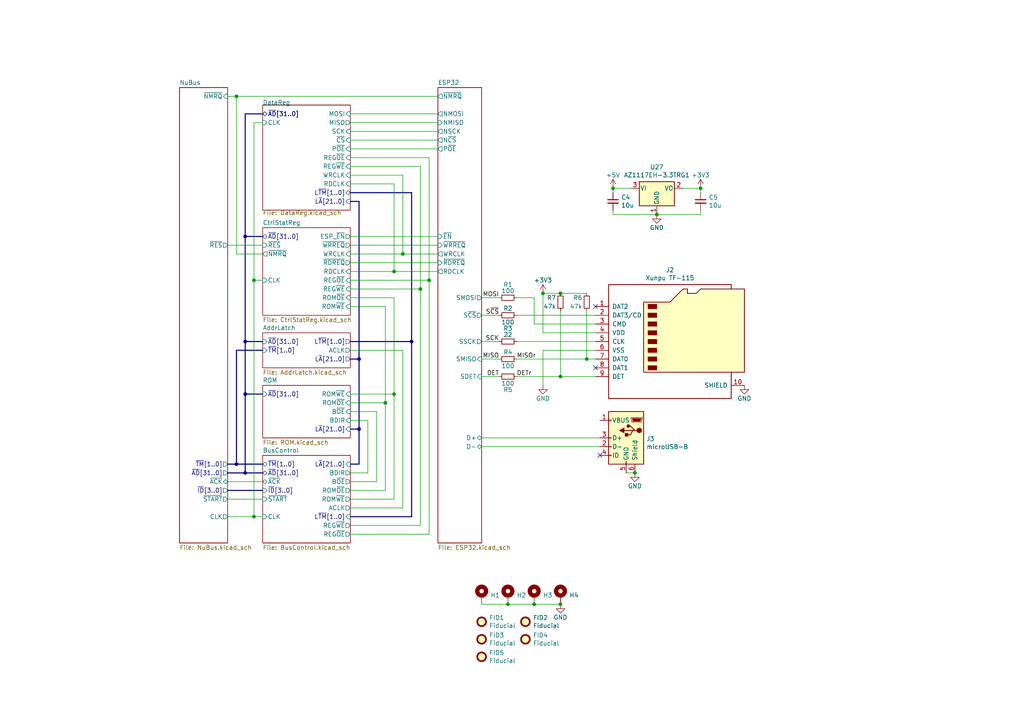
<source format=kicad_sch>
(kicad_sch (version 20211123) (generator eeschema)
  (paper "A4")
  (title_block (title "NuBus-ESP32") (date "2021-11-18") (rev "0.1") (company "Garrett's Workshop"))
  (lib_symbols
    (symbol "Connector:USB_B_Micro" (pin_names (offset 1.016))
      (property "Reference" "J" (at -5.08 11.43 0))
      (property "Value" "USB_B_Micro" (at -5.08 8.89 0))
      (symbol "USB_B_Micro_0_1"
        (rectangle (start -5.08 -7.62) (end 5.08 7.62) (stroke (width 0.254)) (fill (type background)))
        (circle (center -3.81 2.159) (radius 0.635) (stroke (width 0.254)) (fill (type outline)))
        (circle (center -0.635 3.429) (radius 0.381) (stroke (width 0.254)) (fill (type outline)))
        (rectangle (start -0.127 -7.62) (end 0.127 -6.858))
        (polyline (pts (xy -1.905 2.159) (xy 0.635 2.159)) (stroke (width 0.254)))
        (polyline (pts (xy -3.175 2.159) (xy -2.54 2.159) (xy -1.27 3.429) (xy -0.635 3.429)) (stroke (width 0.254)))
        (polyline (pts (xy -2.54 2.159) (xy -1.905 2.159) (xy -1.27 0.889) (xy 0 0.889)) (stroke (width 0.254)))
        (polyline (pts (xy 0.635 2.794) (xy 0.635 1.524) (xy 1.905 2.159) (xy 0.635 2.794)) (stroke (width 0.254)) (fill (type outline)))
        (polyline (pts (xy -4.318 5.588) (xy -1.778 5.588) (xy -2.032 4.826) (xy -4.064 4.826) (xy -4.318 5.588)) (fill (type outline)))
        (polyline (pts (xy -4.699 5.842) (xy -4.699 5.588) (xy -4.445 4.826) (xy -4.445 4.572) (xy -1.651 4.572) (xy -1.651 4.826) (xy -1.397 5.588) (xy -1.397 5.842) (xy -4.699 5.842)))
        (rectangle (start 0.254 1.27) (end -0.508 0.508) (stroke (width 0.254)) (fill (type outline)))
        (rectangle (start 5.08 -5.207) (end 4.318 -4.953))
        (rectangle (start 5.08 -2.667) (end 4.318 -2.413))
        (rectangle (start 5.08 -0.127) (end 4.318 0.127))
        (rectangle (start 5.08 4.953) (end 4.318 5.207))
      )
      (symbol "USB_B_Micro_1_1"
        (pin power_out line (at 7.62 5.08 180) (length 2.54) (name "VBUS") (number "1"))
        (pin bidirectional line (at 7.62 -2.54 180) (length 2.54) (name "D-") (number "2"))
        (pin bidirectional line (at 7.62 0 180) (length 2.54) (name "D+") (number "3"))
        (pin passive line (at 7.62 -5.08 180) (length 2.54) (name "ID") (number "4"))
        (pin power_out line (at 0 -10.16 90) (length 2.54) (name "GND") (number "5"))
        (pin passive line (at -2.54 -10.16 90) (length 2.54) (name "Shield") (number "6"))
      )
    )
    (symbol "Device:C_Small" (pin_numbers hide) (pin_names (offset 0.254) hide)
      (property "Reference" "C" (at 0.254 1.778 0))
      (property "Value" "C_Small" (at 0.254 -2.032 0))
      (symbol "C_Small_0_1"
        (polyline (pts (xy -1.524 -0.508) (xy 1.524 -0.508)) (stroke (width 0.3302)))
        (polyline (pts (xy -1.524 0.508) (xy 1.524 0.508)) (stroke (width 0.3048)))
      )
      (symbol "C_Small_1_1"
        (pin passive line (at 0 2.54 270) (length 2.032) (name "~") (number "1"))
        (pin passive line (at 0 -2.54 90) (length 2.032) (name "~") (number "2"))
      )
    )
    (symbol "Device:R_Small" (pin_numbers hide) (pin_names (offset 0.254) hide)
      (property "Reference" "R" (at 0.762 0.508 0))
      (property "Value" "R_Small" (at 0.762 -1.016 0))
      (symbol "R_Small_0_1"
        (rectangle (start -0.762 1.778) (end 0.762 -1.778) (stroke (width 0.2032)))
      )
      (symbol "R_Small_1_1"
        (pin passive line (at 0 2.54 270) (length 0.762) (name "~") (number "1"))
        (pin passive line (at 0 -2.54 90) (length 0.762) (name "~") (number "2"))
      )
    )
    (symbol "GW_Connector:Micro_SD_SingleDet" (pin_names (offset 1.016))
      (property "Reference" "J" (at -16.51 17.78 0))
      (property "Value" "Micro_SD_SingleDet" (at 16.51 17.78 0))
      (symbol "Micro_SD_SingleDet_0_1"
        (rectangle (start -7.62 -6.985) (end -5.08 -8.255) (fill (type outline)))
        (rectangle (start -7.62 -4.445) (end -5.08 -5.715) (fill (type outline)))
        (rectangle (start -7.62 -1.905) (end -5.08 -3.175) (fill (type outline)))
        (rectangle (start -7.62 0.635) (end -5.08 -0.635) (fill (type outline)))
        (rectangle (start -7.62 3.175) (end -5.08 1.905) (fill (type outline)))
        (rectangle (start -7.62 5.715) (end -5.08 4.445) (fill (type outline)))
        (rectangle (start -7.62 8.255) (end -5.08 6.985) (fill (type outline)))
        (rectangle (start -7.62 10.795) (end -5.08 9.525) (fill (type outline)))
        (polyline (pts (xy 16.51 15.24) (xy 16.51 16.51) (xy -19.05 16.51) (xy -19.05 -16.51) (xy 16.51 -16.51) (xy 16.51 -8.89)) (stroke (width 0.254)))
        (polyline (pts (xy -8.89 -8.89) (xy -8.89 11.43) (xy -1.27 11.43) (xy 2.54 15.24) (xy 3.81 15.24) (xy 3.81 13.97) (xy 6.35 13.97) (xy 7.62 15.24) (xy 20.32 15.24) (xy 20.32 -8.89) (xy -8.89 -8.89)) (stroke (width 0.254)) (fill (type background)))
      )
      (symbol "Micro_SD_SingleDet_1_1"
        (pin bidirectional line (at -22.86 10.16 0) (length 3.81) (name "DAT2") (number "1"))
        (pin passive line (at 20.32 -12.7 180) (length 3.81) (name "SHIELD") (number "10"))
        (pin bidirectional line (at -22.86 7.62 0) (length 3.81) (name "DAT3/CD") (number "2"))
        (pin input line (at -22.86 5.08 0) (length 3.81) (name "CMD") (number "3"))
        (pin power_in line (at -22.86 2.54 0) (length 3.81) (name "VDD") (number "4"))
        (pin input line (at -22.86 0 0) (length 3.81) (name "CLK") (number "5"))
        (pin power_in line (at -22.86 -2.54 0) (length 3.81) (name "VSS") (number "6"))
        (pin input line (at -22.86 -5.08 0) (length 3.81) (name "DAT0") (number "7"))
        (pin input line (at -22.86 -7.62 0) (length 3.81) (name "DAT1") (number "8"))
        (pin passive line (at -22.86 -10.16 0) (length 3.81) (name "DET") (number "9"))
      )
    )
    (symbol "GW_Power:AP1117-33" (pin_names (offset 0.254))
      (property "Reference" "U" (at -3.81 3.175 0))
      (property "Value" "AP1117-33" (at 0 3.175 0))
      (symbol "AP1117-33_0_1"
        (rectangle (start -5.08 -5.08) (end 5.08 1.905) (stroke (width 0.254)) (fill (type background)))
      )
      (symbol "AP1117-33_1_1"
        (pin power_in line (at 0 -7.62 90) (length 2.54) (name "GND") (number "1"))
        (pin power_out line (at 7.62 0 180) (length 2.54) (name "VO") (number "2"))
        (pin power_in line (at -7.62 0 0) (length 2.54) (name "VI") (number "3"))
      )
    )
    (symbol "Mechanical:Fiducial"
      (property "Reference" "FID" (at 0 5.08 0))
      (property "Value" "Fiducial" (at 0 3.175 0))
      (symbol "Fiducial_0_1"
        (circle (center 0 0) (radius 1.27) (stroke (width 0.508)) (fill (type background)))
      )
    )
    (symbol "Mechanical:MountingHole_Pad" (pin_numbers hide) (pin_names (offset 1.016) hide)
      (property "Reference" "H" (at 0 6.35 0))
      (property "Value" "MountingHole_Pad" (at 0 4.445 0))
      (symbol "MountingHole_Pad_0_1"
        (circle (center 0 1.27) (radius 1.27) (stroke (width 1.27)))
      )
      (symbol "MountingHole_Pad_1_1"
        (pin input line (at 0 -2.54 90) (length 2.54) (name "1") (number "1"))
      )
    )
    (symbol "power:+3V3" (power) (pin_names (offset 0))
      (property "Value" "+3V3" (at 0 3.556 0))
      (symbol "+3V3_0_1"
        (polyline (pts (xy -0.762 1.27) (xy 0 2.54)))
        (polyline (pts (xy 0 0) (xy 0 2.54)))
        (polyline (pts (xy 0 2.54) (xy 0.762 1.27)))
      )
      (symbol "+3V3_1_1"
        (pin power_in line (at 0 0 90) (length 0) hide (name "+3V3") (number "1"))
      )
    )
    (symbol "power:+5V" (power) (pin_names (offset 0))
      (property "Value" "+5V" (at 0 3.556 0))
      (symbol "+5V_0_1"
        (polyline (pts (xy -0.762 1.27) (xy 0 2.54)))
        (polyline (pts (xy 0 0) (xy 0 2.54)))
        (polyline (pts (xy 0 2.54) (xy 0.762 1.27)))
      )
      (symbol "+5V_1_1"
        (pin power_in line (at 0 0 90) (length 0) hide (name "+5V") (number "1"))
      )
    )
    (symbol "power:GND" (power) (pin_names (offset 0))
      (property "Value" "GND" (at 0 -3.81 0))
      (symbol "GND_0_1"
        (polyline (pts (xy 0 0) (xy 0 -1.27) (xy 1.27 -1.27) (xy 0 -2.54) (xy -1.27 -1.27) (xy 0 -1.27)))
      )
      (symbol "GND_1_1"
        (pin power_in line (at 0 0 270) (length 0) hide (name "GND") (number "1"))
      )
    )
  )
  (junction (at 124.46 81.28))
  (junction (at 73.66 81.28))
  (junction (at 104.14 124.46))
  (junction (at 68.58 134.62))
  (junction (at 147.32 175.26))
  (junction (at 104.14 104.14))
  (junction (at 71.12 99.06))
  (junction (at 119.38 99.06))
  (junction (at 71.12 137.16))
  (junction (at 162.56 109.22))
  (junction (at 170.18 104.14))
  (junction (at 203.2 54.61))
  (junction (at 162.56 175.26))
  (junction (at 68.58 27.94))
  (junction (at 121.92 83.82))
  (junction (at 114.3 114.3))
  (junction (at 111.76 116.84))
  (junction (at 73.66 149.86))
  (junction (at 190.5 62.23))
  (junction (at 154.94 175.26))
  (junction (at 157.48 85.09))
  (junction (at 184.15 137.16))
  (junction (at 71.12 114.3))
  (junction (at 177.8 54.61))
  (junction (at 71.12 68.58))
  (junction (at 114.3 78.74))
  (junction (at 162.56 85.09))
  (junction (at 116.84 73.66))
  (no_connect (at 172.72 106.68))
  (no_connect (at 173.99 132.08))
  (no_connect (at 172.72 88.9))
  (wire (pts (xy 139.7 91.44) (xy 144.78 91.44)))
  (wire (pts (xy 162.56 85.09) (xy 170.18 85.09)))
  (bus (pts (xy 119.38 99.06) (xy 119.38 149.86)))
  (bus (pts (xy 104.14 124.46) (xy 101.6 124.46)))
  (bus (pts (xy 101.6 149.86) (xy 119.38 149.86)))
  (wire (pts (xy 101.6 152.4) (xy 121.92 152.4)))
  (wire (pts (xy 101.6 43.18) (xy 127 43.18)))
  (wire (pts (xy 66.04 149.86) (xy 73.66 149.86)))
  (wire (pts (xy 101.6 81.28) (xy 124.46 81.28)))
  (wire (pts (xy 114.3 144.78) (xy 101.6 144.78)))
  (wire (pts (xy 139.7 104.14) (xy 144.78 104.14)))
  (wire (pts (xy 184.15 137.16) (xy 181.61 137.16)))
  (wire (pts (xy 116.84 73.66) (xy 127 73.66)))
  (wire (pts (xy 173.99 129.54) (xy 139.7 129.54)))
  (wire (pts (xy 114.3 86.36) (xy 101.6 86.36)))
  (wire (pts (xy 203.2 62.23) (xy 190.5 62.23)))
  (wire (pts (xy 124.46 81.28) (xy 124.46 154.94)))
  (wire (pts (xy 121.92 83.82) (xy 121.92 152.4)))
  (wire (pts (xy 149.86 86.36) (xy 154.94 86.36)))
  (wire (pts (xy 149.86 109.22) (xy 162.56 109.22)))
  (wire (pts (xy 157.48 101.6) (xy 172.72 101.6)))
  (bus (pts (xy 71.12 33.02) (xy 71.12 68.58)))
  (wire (pts (xy 68.58 27.94) (xy 127 27.94)))
  (wire (pts (xy 170.18 104.14) (xy 172.72 104.14)))
  (wire (pts (xy 162.56 109.22) (xy 172.72 109.22)))
  (wire (pts (xy 106.68 121.92) (xy 101.6 121.92)))
  (bus (pts (xy 76.2 134.62) (xy 68.58 134.62)))
  (wire (pts (xy 73.66 35.56) (xy 73.66 81.28)))
  (wire (pts (xy 116.84 101.6) (xy 101.6 101.6)))
  (wire (pts (xy 73.66 149.86) (xy 76.2 149.86)))
  (wire (pts (xy 157.48 96.52) (xy 172.72 96.52)))
  (wire (pts (xy 101.6 68.58) (xy 127 68.58)))
  (wire (pts (xy 66.04 139.7) (xy 76.2 139.7)))
  (wire (pts (xy 73.66 81.28) (xy 76.2 81.28)))
  (wire (pts (xy 101.6 76.2) (xy 127 76.2)))
  (bus (pts (xy 101.6 134.62) (xy 104.14 134.62)))
  (wire (pts (xy 114.3 78.74) (xy 114.3 53.34)))
  (wire (pts (xy 101.6 147.32) (xy 116.84 147.32)))
  (wire (pts (xy 66.04 71.12) (xy 76.2 71.12)))
  (wire (pts (xy 101.6 48.26) (xy 121.92 48.26)))
  (wire (pts (xy 182.88 54.61) (xy 177.8 54.61)))
  (wire (pts (xy 121.92 83.82) (xy 101.6 83.82)))
  (bus (pts (xy 66.04 142.24) (xy 76.2 142.24)))
  (wire (pts (xy 177.8 62.23) (xy 190.5 62.23)))
  (wire (pts (xy 111.76 116.84) (xy 101.6 116.84)))
  (wire (pts (xy 149.86 104.14) (xy 170.18 104.14)))
  (wire (pts (xy 101.6 45.72) (xy 124.46 45.72)))
  (wire (pts (xy 101.6 50.8) (xy 116.84 50.8)))
  (bus (pts (xy 71.12 33.02) (xy 76.2 33.02)))
  (wire (pts (xy 101.6 73.66) (xy 116.84 73.66)))
  (wire (pts (xy 177.8 54.61) (xy 177.8 55.88)))
  (bus (pts (xy 68.58 134.62) (xy 66.04 134.62)))
  (wire (pts (xy 101.6 71.12) (xy 127 71.12)))
  (wire (pts (xy 101.6 78.74) (xy 114.3 78.74)))
  (wire (pts (xy 149.86 99.06) (xy 172.72 99.06)))
  (bus (pts (xy 68.58 101.6) (xy 68.58 134.62)))
  (wire (pts (xy 109.22 139.7) (xy 101.6 139.7)))
  (wire (pts (xy 68.58 27.94) (xy 68.58 73.66)))
  (wire (pts (xy 101.6 33.02) (xy 127 33.02)))
  (wire (pts (xy 144.78 86.36) (xy 139.7 86.36)))
  (bus (pts (xy 104.14 104.14) (xy 104.14 58.42)))
  (wire (pts (xy 114.3 78.74) (xy 127 78.74)))
  (bus (pts (xy 104.14 124.46) (xy 104.14 134.62)))
  (wire (pts (xy 147.32 175.26) (xy 154.94 175.26)))
  (wire (pts (xy 116.84 50.8) (xy 116.84 73.66)))
  (wire (pts (xy 157.48 111.76) (xy 157.48 101.6)))
  (bus (pts (xy 101.6 104.14) (xy 104.14 104.14)))
  (wire (pts (xy 139.7 99.06) (xy 144.78 99.06)))
  (bus (pts (xy 71.12 99.06) (xy 76.2 99.06)))
  (wire (pts (xy 66.04 27.94) (xy 68.58 27.94)))
  (bus (pts (xy 66.04 137.16) (xy 71.12 137.16)))
  (bus (pts (xy 101.6 55.88) (xy 119.38 55.88)))
  (wire (pts (xy 111.76 88.9) (xy 101.6 88.9)))
  (bus (pts (xy 104.14 104.14) (xy 104.14 124.46)))
  (wire (pts (xy 66.04 144.78) (xy 76.2 144.78)))
  (wire (pts (xy 203.2 54.61) (xy 198.12 54.61)))
  (wire (pts (xy 73.66 81.28) (xy 73.66 149.86)))
  (wire (pts (xy 114.3 53.34) (xy 101.6 53.34)))
  (bus (pts (xy 101.6 99.06) (xy 119.38 99.06)))
  (wire (pts (xy 170.18 104.14) (xy 170.18 90.17)))
  (wire (pts (xy 101.6 137.16) (xy 106.68 137.16)))
  (bus (pts (xy 71.12 114.3) (xy 71.12 99.06)))
  (wire (pts (xy 154.94 93.98) (xy 172.72 93.98)))
  (wire (pts (xy 101.6 154.94) (xy 124.46 154.94)))
  (wire (pts (xy 172.72 91.44) (xy 149.86 91.44)))
  (wire (pts (xy 101.6 142.24) (xy 111.76 142.24)))
  (wire (pts (xy 162.56 109.22) (xy 162.56 90.17)))
  (wire (pts (xy 101.6 38.1) (xy 127 38.1)))
  (bus (pts (xy 71.12 114.3) (xy 71.12 137.16)))
  (wire (pts (xy 203.2 60.96) (xy 203.2 62.23)))
  (wire (pts (xy 121.92 48.26) (xy 121.92 83.82)))
  (wire (pts (xy 106.68 137.16) (xy 106.68 121.92)))
  (bus (pts (xy 71.12 137.16) (xy 76.2 137.16)))
  (wire (pts (xy 177.8 60.96) (xy 177.8 62.23)))
  (wire (pts (xy 127 40.64) (xy 101.6 40.64)))
  (wire (pts (xy 76.2 35.56) (xy 73.66 35.56)))
  (wire (pts (xy 157.48 85.09) (xy 162.56 85.09)))
  (wire (pts (xy 114.3 114.3) (xy 101.6 114.3)))
  (wire (pts (xy 76.2 73.66) (xy 68.58 73.66)))
  (wire (pts (xy 154.94 86.36) (xy 154.94 93.98)))
  (wire (pts (xy 154.94 175.26) (xy 162.56 175.26)))
  (wire (pts (xy 173.99 127) (xy 139.7 127)))
  (wire (pts (xy 111.76 142.24) (xy 111.76 116.84)))
  (wire (pts (xy 139.7 109.22) (xy 144.78 109.22)))
  (bus (pts (xy 104.14 58.42) (xy 101.6 58.42)))
  (bus (pts (xy 71.12 68.58) (xy 76.2 68.58)))
  (wire (pts (xy 157.48 85.09) (xy 157.48 96.52)))
  (wire (pts (xy 109.22 119.38) (xy 109.22 139.7)))
  (bus (pts (xy 119.38 55.88) (xy 119.38 99.06)))
  (wire (pts (xy 124.46 45.72) (xy 124.46 81.28)))
  (wire (pts (xy 111.76 116.84) (xy 111.76 88.9)))
  (wire (pts (xy 114.3 114.3) (xy 114.3 86.36)))
  (bus (pts (xy 71.12 114.3) (xy 76.2 114.3)))
  (wire (pts (xy 116.84 147.32) (xy 116.84 101.6)))
  (wire (pts (xy 114.3 144.78) (xy 114.3 114.3)))
  (bus (pts (xy 68.58 101.6) (xy 76.2 101.6)))
  (wire (pts (xy 101.6 119.38) (xy 109.22 119.38)))
  (bus (pts (xy 71.12 99.06) (xy 71.12 68.58)))
  (wire (pts (xy 139.7 175.26) (xy 147.32 175.26)))
  (wire (pts (xy 203.2 54.61) (xy 203.2 55.88)))
  (wire (pts (xy 101.6 35.56) (xy 127 35.56)))
  (label "S~{CS}" (at 144.78 91.44 180))
  (label "SCK" (at 144.78 99.06 180))
  (label "DET" (at 144.78 109.22 180))
  (label "MISOr" (at 149.86 104.14 0))
  (label "DETr" (at 149.86 109.22 0))
  (label "MISO" (at 144.78 104.14 180))
  (label "MOSI" (at 144.78 86.36 180))
  (symbol (lib_id "Mechanical:MountingHole_Pad") (at 154.94 172.72 0) (unit 1)
    (property "Reference" "H3" (at 157.48 172.6438 0) (effects (justify left)))
    (property "Value" " " (effects hide))
    (property "Footprint" "stdpads:PasteHole_1.152mm_NPTH" (effects hide))
  )
  (symbol (lib_id "Mechanical:MountingHole_Pad") (at 162.56 172.72 0) (unit 1)
    (property "Reference" "H4" (at 165.1 172.6438 0) (effects (justify left)))
    (property "Value" " " (effects hide))
    (property "Footprint" "stdpads:PasteHole_1.152mm_NPTH" (effects hide))
  )
  (symbol (lib_id "power:GND") (at 162.56 175.26 0) (mirror y) (unit 1)
    (property "Reference" "#PWR0145" (effects hide))
    (property "Value" "GND" (at 162.56 179.07 0))
  )
  (symbol (lib_id "Mechanical:Fiducial") (at 139.7 180.34 0) (unit 1)
    (property "Reference" "FID1" (at 141.859 179.1716 0) (effects (justify left)))
    (property "Value" "Fiducial" (at 141.859 181.483 0) (effects (justify left)))
    (property "Footprint" "stdpads:Fiducial" (effects hide))
  )
  (symbol (lib_id "Mechanical:Fiducial") (at 152.4 180.34 0) (unit 1)
    (property "Reference" "FID2" (at 154.559 179.1716 0) (effects (justify left)))
    (property "Value" "Fiducial" (at 154.559 181.483 0) (effects (justify left)))
    (property "Footprint" "stdpads:Fiducial" (effects hide))
  )
  (symbol (lib_id "Mechanical:Fiducial") (at 139.7 185.42 0) (unit 1)
    (property "Reference" "FID3" (at 141.859 184.2516 0) (effects (justify left)))
    (property "Value" "Fiducial" (at 141.859 186.563 0) (effects (justify left)))
    (property "Footprint" "stdpads:Fiducial" (effects hide))
  )
  (symbol (lib_id "Mechanical:Fiducial") (at 152.4 185.42 0) (unit 1)
    (property "Reference" "FID4" (at 154.559 184.2516 0) (effects (justify left)))
    (property "Value" "Fiducial" (at 154.559 186.563 0) (effects (justify left)))
    (property "Footprint" "stdpads:Fiducial" (effects hide))
  )
  (symbol (lib_id "Mechanical:MountingHole_Pad") (at 139.7 172.72 0) (unit 1)
    (property "Reference" "H1" (at 142.24 172.6438 0) (effects (justify left)))
    (property "Value" " " (effects hide))
    (property "Footprint" "stdpads:PasteHole_1.152mm_NPTH" (effects hide))
  )
  (symbol (lib_id "Mechanical:MountingHole_Pad") (at 147.32 172.72 0) (unit 1)
    (property "Reference" "H2" (at 149.86 172.6438 0) (effects (justify left)))
    (property "Value" " " (effects hide))
    (property "Footprint" "stdpads:PasteHole_1.152mm_NPTH" (effects hide))
  )
  (symbol (lib_id "power:GND") (at 215.9 111.76 0) (unit 1)
    (property "Reference" "#PWR0137" (effects hide))
    (property "Value" "GND" (at 215.9 115.57 0))
  )
  (symbol (lib_id "GW_Connector:Micro_SD_SingleDet") (at 195.58 99.06 0) (unit 1)
    (property "Reference" "J2" (at 194.31 78.3082 0))
    (property "Value" "Xunpu TF-115" (at 194.31 80.6196 0))
    (property "Footprint" "stdpads:Xunpu_TF-115_microSD" (effects hide))
    (property "LCSC Part" "C266620" (effects hide))
  )
  (symbol (lib_id "power:GND") (at 157.48 111.76 0) (unit 1)
    (property "Reference" "#PWR0138" (effects hide))
    (property "Value" "GND" (at 157.48 115.57 0))
  )
  (symbol (lib_id "power:+3V3") (at 157.48 85.09 0) (unit 1)
    (property "Reference" "#PWR0139" (effects hide))
    (property "Value" "+3V3" (at 157.48 81.28 0))
  )
  (symbol (lib_id "Mechanical:Fiducial") (at 139.7 190.5 0) (unit 1)
    (property "Reference" "FID5" (at 141.859 189.3316 0) (effects (justify left)))
    (property "Value" "Fiducial" (at 141.859 191.643 0) (effects (justify left)))
    (property "Footprint" "stdpads:Fiducial" (effects hide))
  )
  (symbol (lib_id "Device:R_Small") (at 147.32 109.22 90) (unit 1)
    (property "Reference" "R5" (at 147.32 113.03 90))
    (property "Value" "100" (at 147.32 110.49 90) (effects (justify bottom)))
    (property "Footprint" "stdpads:R_0805" (effects hide))
    (property "LCSC Part" "C17408" (effects hide))
  )
  (symbol (lib_id "Device:R_Small") (at 147.32 104.14 90) (unit 1)
    (property "Reference" "R4" (at 147.32 102.87 90) (effects (justify top)))
    (property "Value" "100" (at 147.32 105.41 90) (effects (justify bottom)))
    (property "Footprint" "stdpads:R_0805" (effects hide))
    (property "LCSC Part" "C17408" (effects hide))
  )
  (symbol (lib_id "Device:R_Small") (at 147.32 99.06 90) (mirror x) (unit 1)
    (property "Reference" "R3" (at 147.32 95.25 90))
    (property "Value" "22" (at 147.32 97.79 90) (effects (justify bottom)))
    (property "Footprint" "stdpads:R_0805" (effects hide))
    (property "LCSC Part" "C17561" (effects hide))
  )
  (symbol (lib_id "Device:R_Small") (at 147.32 86.36 90) (mirror x) (unit 1)
    (property "Reference" "R1" (at 147.32 82.55 90))
    (property "Value" "100" (at 147.32 85.09 90) (effects (justify bottom)))
    (property "Footprint" "stdpads:R_0805" (effects hide))
    (property "LCSC Part" "C17408" (effects hide))
  )
  (symbol (lib_id "Device:R_Small") (at 162.56 87.63 0) (unit 1)
    (property "Reference" "R7" (at 161.29 86.36 0) (effects (justify right)))
    (property "Value" "47k" (at 161.29 88.9 0) (effects (justify right)))
    (property "Footprint" "stdpads:R_0805" (effects hide))
    (property "LCSC Part" "C17713" (effects hide))
  )
  (symbol (lib_id "Device:R_Small") (at 147.32 91.44 90) (unit 1)
    (property "Reference" "R2" (at 147.32 90.17 90) (effects (justify top)))
    (property "Value" "100" (at 147.32 92.71 90) (effects (justify bottom)))
    (property "Footprint" "stdpads:R_0805" (effects hide))
    (property "LCSC Part" "C17408" (effects hide))
  )
  (symbol (lib_id "GW_Power:AP1117-33") (at 190.5 54.61 0) (unit 1)
    (property "Reference" "U27" (at 190.5 48.4632 0))
    (property "Value" "AZ1117EH-3.3TRG1" (at 190.5 50.7746 0))
    (property "Footprint" "stdpads:SOT-223" (effects hide))
    (property "Datasheet" "http://www.diodes.com/datasheets/AP1117.pdf" (effects hide))
    (property "LCSC Part" "C108494" (effects hide))
  )
  (symbol (lib_id "power:GND") (at 190.5 62.23 0) (unit 1)
    (property "Reference" "#PWR0102" (effects hide))
    (property "Value" "GND" (at 190.5 66.04 0))
  )
  (symbol (lib_id "power:+3V3") (at 203.2 54.61 0) (mirror y) (unit 1)
    (property "Reference" "#PWR0103" (effects hide))
    (property "Value" "+3V3" (at 203.2 50.8 0))
  )
  (symbol (lib_id "power:+5V") (at 177.8 54.61 0) (unit 1)
    (property "Reference" "#PWR0107" (effects hide))
    (property "Value" "+5V" (at 177.8 50.8 0))
  )
  (symbol (lib_id "Device:C_Small") (at 177.8 58.42 0) (unit 1)
    (property "Reference" "C4" (at 180.1368 57.2516 0) (effects (justify left)))
    (property "Value" "10u" (at 180.1368 59.563 0) (effects (justify left)))
    (property "Footprint" "stdpads:C_0805" (effects hide))
    (property "LCSC Part" "C15850" (effects hide))
  )
  (symbol (lib_id "Device:C_Small") (at 203.2 58.42 0) (mirror y) (unit 1)
    (property "Reference" "C5" (at 205.5368 57.2516 0) (effects (justify right)))
    (property "Value" "10u" (at 205.5368 59.563 0) (effects (justify right)))
    (property "Footprint" "stdpads:C_0805" (effects hide))
    (property "LCSC Part" "C15850" (effects hide))
  )
  (symbol (lib_id "Connector:USB_B_Micro") (at 181.61 127 0) (mirror y) (unit 1)
    (property "Reference" "J3" (at 187.452 127.2794 0) (effects (justify right)))
    (property "Value" "microUSB-B" (at 187.452 129.5908 0) (effects (justify right)))
    (property "Footprint" "stdpads:USB_Micro-B_ShouHan_MicroXNJ" (effects hide))
    (property "LCSC Part" "C404969" (effects hide))
  )
  (symbol (lib_id "power:GND") (at 184.15 137.16 0) (unit 1)
    (property "Reference" "#PWR0101" (effects hide))
    (property "Value" "GND" (at 184.15 140.97 0))
  )
  (symbol (lib_id "Device:R_Small") (at 170.18 87.63 0) (unit 1)
    (property "Reference" "R6" (at 168.91 86.36 0) (effects (justify right)))
    (property "Value" "47k" (at 168.91 88.9 0) (effects (justify right)))
    (property "Footprint" "stdpads:R_0805" (effects hide))
    (property "LCSC Part" "C17713" (effects hide))
  )
  (sheet (at 76.2 30.48) (size 25.4 30.48)
    (property "Sheet name" "DataReg" (at 76.2 30.48 0) (effects (justify left bottom)))
    (property "Sheet file" "DataReg.kicad_sch" (at 76.2 60.96 0) (effects (justify left top)))
    (pin "REG~{WE}" input (at 101.6 48.26 0))
    (pin "SCK" input (at 101.6 38.1 0))
    (pin "CLK" input (at 76.2 35.56 180))
    (pin "REG~{OE}" input (at 101.6 45.72 0))
    (pin "MISO" output (at 101.6 35.56 0))
    (pin "MOSI" input (at 101.6 33.02 0))
    (pin "AD[31..0]" bidirectional (at 76.2 33.02 180))
    (pin "~{AD}[31..0]" bidirectional (at 76.2 33.02 180))
    (pin "L~{A}[21..0]" input (at 101.6 58.42 0))
    (pin "RDCLK" input (at 101.6 53.34 0))
    (pin "~{CS}" input (at 101.6 40.64 0))
    (pin "L~{TM}[1..0]" bidirectional (at 101.6 55.88 0))
    (pin "WRCLK" input (at 101.6 50.8 0))
    (pin "P~{OE}" input (at 101.6 43.18 0))
  )
  (sheet (at 76.2 96.52) (size 25.4 10.16)
    (property "Sheet name" "AddrLatch" (at 76.2 95.8084 0) (effects (justify left bottom)))
    (property "Sheet file" "AddrLatch.kicad_sch" (at 76.2 107.2646 0) (effects (justify left top)))
    (pin "ACLK" output (at 101.6 101.6 0))
    (pin "~{AD}[31..0]" input (at 76.2 99.06 180))
    (pin "L~{A}[21..0]" output (at 101.6 104.14 0))
    (pin "L~{TM}[1..0]" output (at 101.6 99.06 0))
    (pin "~{TM}[1..0]" input (at 76.2 101.6 180))
  )
  (sheet (at 76.2 66.04) (size 25.4 25.4)
    (property "Sheet name" "CtrlStatReg" (at 76.2 65.3284 0) (effects (justify left bottom)))
    (property "Sheet file" "CtrlStatReg.kicad_sch" (at 76.2 92.0246 0) (effects (justify left top)))
    (pin "REG~{WE}" input (at 101.6 83.82 0))
    (pin "CLK" input (at 76.2 81.28 180))
    (pin "ESP_~{EN}" output (at 101.6 68.58 0))
    (pin "~{RES}" input (at 76.2 71.12 180))
    (pin "~{AD}[31..0]" bidirectional (at 76.2 68.58 180))
    (pin "ROM~{WE}" input (at 101.6 88.9 0))
    (pin "ROM~{OE}" input (at 101.6 86.36 0))
    (pin "REG~{OE}" input (at 101.6 81.28 0))
    (pin "WRCLK" input (at 101.6 73.66 0))
    (pin "RDCLK" input (at 101.6 78.74 0))
    (pin "~{NMRQ}" output (at 76.2 73.66 180))
    (pin "~{RDREQ}" output (at 101.6 76.2 0))
    (pin "~{WRREQ}" output (at 101.6 71.12 0))
  )
  (sheet (at 76.2 132.08) (size 25.4 25.4)
    (property "Sheet name" "BusControl" (at 76.2 131.3684 0) (effects (justify left bottom)))
    (property "Sheet file" "BusControl.kicad_sch" (at 76.2 158.0646 0) (effects (justify left top)))
    (pin "ROM~{OE}" output (at 101.6 142.24 0))
    (pin "ROM~{WE}" output (at 101.6 144.78 0))
    (pin "REG~{OE}" output (at 101.6 154.94 0))
    (pin "REG~{WE}" output (at 101.6 152.4 0))
    (pin "ACLK" output (at 101.6 147.32 0))
    (pin "~{TM}[1..0]" bidirectional (at 76.2 134.62 180))
    (pin "~{ACK}" bidirectional (at 76.2 139.7 180))
    (pin "CLK" input (at 76.2 149.86 180))
    (pin "L~{A}[21..0]" input (at 101.6 134.62 0))
    (pin "L~{TM}[1..0]" input (at 101.6 149.86 0))
    (pin "~{ID}[3..0]" input (at 76.2 142.24 180))
    (pin "~{AD}[31..0]" bidirectional (at 76.2 137.16 180))
    (pin "~{START}" input (at 76.2 144.78 180))
    (pin "BDIR" output (at 101.6 137.16 0))
    (pin "B~{OE}" output (at 101.6 139.7 0))
  )
  (sheet (at 76.2 111.76) (size 25.4 15.24)
    (property "Sheet name" "ROM" (at 76.2 111.0484 0) (effects (justify left bottom)))
    (property "Sheet file" "ROM.kicad_sch" (at 76.2 127.5846 0) (effects (justify left top)))
    (pin "ROM~{WE}" input (at 101.6 114.3 0))
    (pin "ROM~{OE}" input (at 101.6 116.84 0))
    (pin "L~{A}[21..0]" input (at 101.6 124.46 0))
    (pin "~{AD}[31..0]" input (at 76.2 114.3 180))
    (pin "B~{OE}" input (at 101.6 119.38 0))
    (pin "BDIR" input (at 101.6 121.92 0))
  )
  (sheet (at 52.07 25.4) (size 13.97 132.08)
    (property "Sheet name" "NuBus" (at 52.07 24.6884 0) (effects (justify left bottom)))
    (property "Sheet file" "NuBus.kicad_sch" (at 52.07 158.0646 0) (effects (justify left top)))
    (pin "~{START}" output (at 66.04 144.78 0))
    (pin "CLK" output (at 66.04 149.86 0))
    (pin "~{NMRQ}" input (at 66.04 27.94 0))
    (pin "~{ACK}" bidirectional (at 66.04 139.7 0))
    (pin "~{TM}[1..0]" output (at 66.04 134.62 0))
    (pin "~{AD}[31..0]" output (at 66.04 137.16 0))
    (pin "~{ID}[3..0]" output (at 66.04 142.24 0))
    (pin "~{RES}" output (at 66.04 71.12 0))
  )
  (sheet (at 127 25.4) (size 12.7 132.08)
    (property "Sheet name" "ESP32" (at 127 24.6884 0) (effects (justify left bottom)))
    (property "Sheet file" "ESP32.kicad_sch" (at 127 158.0646 0) (effects (justify left top)))
    (pin "~{NMRQ}" output (at 127 27.94 180))
    (pin "NSCK" output (at 127 38.1 180))
    (pin "NMOSI" output (at 127 33.02 180))
    (pin "NMISO" input (at 127 35.56 180))
    (pin "~{EN}" input (at 127 68.58 180))
    (pin "D-" bidirectional (at 139.7 129.54 0))
    (pin "D+" bidirectional (at 139.7 127 0))
    (pin "SMOSI" output (at 139.7 86.36 0))
    (pin "S~{CS}" output (at 139.7 91.44 0))
    (pin "SMISO" input (at 139.7 104.14 0))
    (pin "SDET" input (at 139.7 109.22 0))
    (pin "SSCK" output (at 139.7 99.06 0))
    (pin "N~{CS}" output (at 127 40.64 180))
    (pin "WRCLK" output (at 127 73.66 180))
    (pin "~{WRREQ}" input (at 127 71.12 180))
    (pin "RDCLK" output (at 127 78.74 180))
    (pin "~{RDREQ}" input (at 127 76.2 180))
    (pin "P~{OE}" output (at 127 43.18 180))
  )
)
</source>
